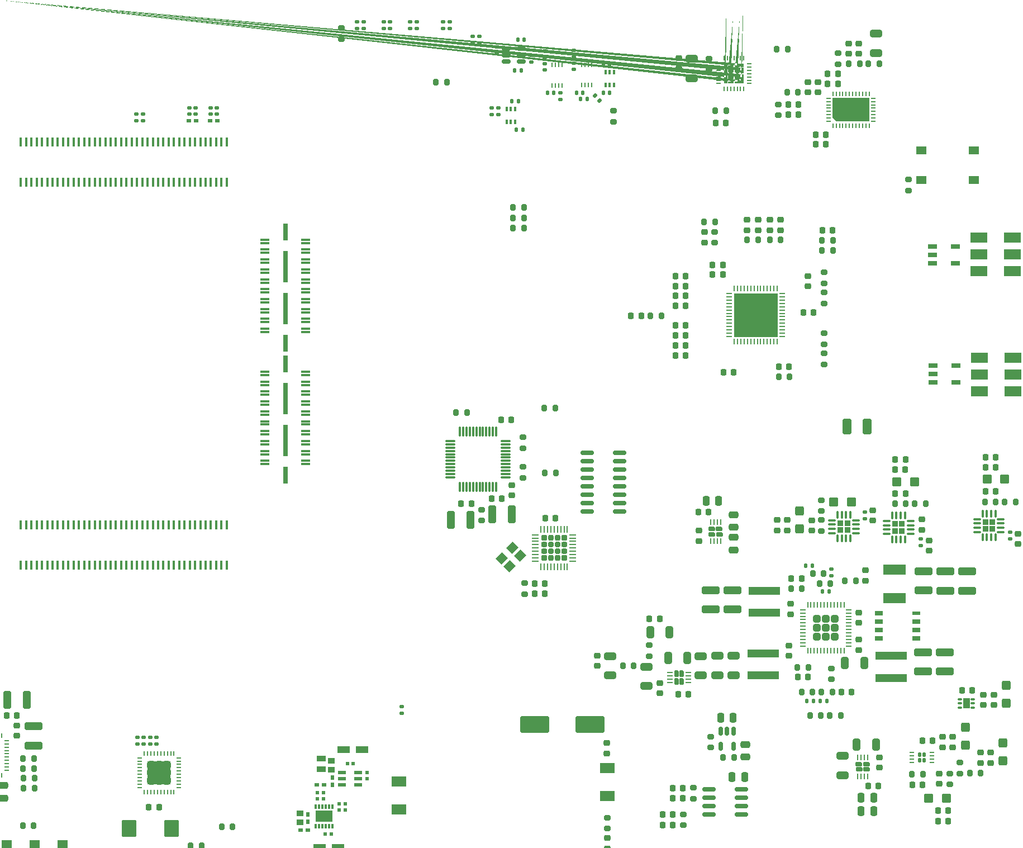
<source format=gbr>
%TF.GenerationSoftware,KiCad,Pcbnew,7.0.8-7.0.8~ubuntu22.04.1*%
%TF.CreationDate,2024-12-17T15:10:34+01:00*%
%TF.ProjectId,Bread70,42726561-6437-4302-9e6b-696361645f70,rev?*%
%TF.SameCoordinates,Original*%
%TF.FileFunction,Paste,Top*%
%TF.FilePolarity,Positive*%
%FSLAX46Y46*%
G04 Gerber Fmt 4.6, Leading zero omitted, Abs format (unit mm)*
G04 Created by KiCad (PCBNEW 7.0.8-7.0.8~ubuntu22.04.1) date 2024-12-17 15:10:34*
%MOMM*%
%LPD*%
G01*
G04 APERTURE LIST*
G04 Aperture macros list*
%AMRoundRect*
0 Rectangle with rounded corners*
0 $1 Rounding radius*
0 $2 $3 $4 $5 $6 $7 $8 $9 X,Y pos of 4 corners*
0 Add a 4 corners polygon primitive as box body*
4,1,4,$2,$3,$4,$5,$6,$7,$8,$9,$2,$3,0*
0 Add four circle primitives for the rounded corners*
1,1,$1+$1,$2,$3*
1,1,$1+$1,$4,$5*
1,1,$1+$1,$6,$7*
1,1,$1+$1,$8,$9*
0 Add four rect primitives between the rounded corners*
20,1,$1+$1,$2,$3,$4,$5,0*
20,1,$1+$1,$4,$5,$6,$7,0*
20,1,$1+$1,$6,$7,$8,$9,0*
20,1,$1+$1,$8,$9,$2,$3,0*%
%AMRotRect*
0 Rectangle, with rotation*
0 The origin of the aperture is its center*
0 $1 length*
0 $2 width*
0 $3 Rotation angle, in degrees counterclockwise*
0 Add horizontal line*
21,1,$1,$2,0,0,$3*%
%AMOutline5P*
0 Free polygon, 5 corners , with rotation*
0 The origin of the aperture is its center*
0 number of corners: always 5*
0 $1 to $10 corner X, Y*
0 $11 Rotation angle, in degrees counterclockwise*
0 create outline with 5 corners*
4,1,5,$1,$2,$3,$4,$5,$6,$7,$8,$9,$10,$1,$2,$11*%
%AMOutline6P*
0 Free polygon, 6 corners , with rotation*
0 The origin of the aperture is its center*
0 number of corners: always 6*
0 $1 to $12 corner X, Y*
0 $13 Rotation angle, in degrees counterclockwise*
0 create outline with 6 corners*
4,1,6,$1,$2,$3,$4,$5,$6,$7,$8,$9,$10,$11,$12,$1,$2,$13*%
%AMOutline7P*
0 Free polygon, 7 corners , with rotation*
0 The origin of the aperture is its center*
0 number of corners: always 7*
0 $1 to $14 corner X, Y*
0 $15 Rotation angle, in degrees counterclockwise*
0 create outline with 7 corners*
4,1,7,$1,$2,$3,$4,$5,$6,$7,$8,$9,$10,$11,$12,$13,$14,$1,$2,$15*%
%AMOutline8P*
0 Free polygon, 8 corners , with rotation*
0 The origin of the aperture is its center*
0 number of corners: always 8*
0 $1 to $16 corner X, Y*
0 $17 Rotation angle, in degrees counterclockwise*
0 create outline with 8 corners*
4,1,8,$1,$2,$3,$4,$5,$6,$7,$8,$9,$10,$11,$12,$13,$14,$15,$16,$1,$2,$17*%
%AMFreePoly0*
4,1,48,0.180784,0.266839,0.197812,0.266839,0.211588,0.256830,0.227783,0.251568,0.237791,0.237791,0.251568,0.227783,0.256830,0.211588,0.266839,0.197812,0.266839,0.180783,0.272101,0.164589,0.272101,-0.075523,0.269420,-0.083774,0.270777,-0.092342,0.259348,-0.114772,0.251568,-0.138717,0.244549,-0.143816,0.240611,-0.151546,0.151545,-0.240611,0.143816,-0.244548,0.138717,-0.251568,
0.114771,-0.259348,0.092342,-0.270777,0.083774,-0.269420,0.075523,-0.272101,-0.164589,-0.272101,-0.180784,-0.266839,-0.197812,-0.266839,-0.211588,-0.256830,-0.227783,-0.251568,-0.237791,-0.237791,-0.251568,-0.227783,-0.256830,-0.211588,-0.266839,-0.197812,-0.266839,-0.180783,-0.272101,-0.164589,-0.272101,0.164589,-0.266839,0.180783,-0.266839,0.197812,-0.256830,0.211588,-0.251568,0.227783,
-0.237791,0.237791,-0.227783,0.251568,-0.211588,0.256830,-0.197812,0.266839,-0.180784,0.266839,-0.164589,0.272101,0.164589,0.272101,0.180784,0.266839,0.180784,0.266839,$1*%
%AMFreePoly1*
4,1,51,0.121446,0.402192,0.123663,0.402787,0.127059,0.401203,0.145390,0.397971,0.159646,0.386008,0.176512,0.378144,0.247132,0.307525,0.250167,0.303189,0.252157,0.302041,0.253439,0.298517,0.264114,0.283273,0.265735,0.264733,0.272101,0.247246,0.272101,-0.247246,0.271181,-0.252459,0.271776,-0.254677,0.270191,-0.258074,0.266960,-0.276402,0.254996,-0.290658,0.247132,-0.307525,
0.176512,-0.378144,0.172177,-0.381179,0.171029,-0.383168,0.167504,-0.384450,0.152260,-0.395125,0.133722,-0.396746,0.116234,-0.403112,-0.186855,-0.403112,-0.197928,-0.401159,-0.201658,-0.401817,-0.204937,-0.399923,-0.216011,-0.397971,-0.232977,-0.383734,-0.252157,-0.372661,-0.254787,-0.365433,-0.260680,-0.360489,-0.264525,-0.338677,-0.272101,-0.317866,-0.272101,0.317866,-0.270148,0.328939,
-0.270806,0.332669,-0.268912,0.335948,-0.266960,0.347022,-0.252723,0.363988,-0.241650,0.383168,-0.234422,0.385798,-0.229478,0.391691,-0.207666,0.395536,-0.186855,0.403112,0.116234,0.403112,0.121446,0.402192,0.121446,0.402192,$1*%
%AMFreePoly2*
4,1,48,0.083774,0.269420,0.092342,0.270777,0.114771,0.259348,0.138717,0.251568,0.143816,0.244548,0.151545,0.240611,0.240611,0.151546,0.244549,0.143816,0.251568,0.138717,0.259348,0.114772,0.270777,0.092342,0.269420,0.083774,0.272101,0.075523,0.272101,-0.164589,0.266839,-0.180783,0.266839,-0.197812,0.256830,-0.211588,0.251568,-0.227783,0.237791,-0.237791,0.227783,-0.251568,
0.211588,-0.256830,0.197812,-0.266839,0.180784,-0.266839,0.164589,-0.272101,-0.164589,-0.272101,-0.180784,-0.266839,-0.197812,-0.266839,-0.211588,-0.256830,-0.227783,-0.251568,-0.237791,-0.237791,-0.251568,-0.227783,-0.256830,-0.211588,-0.266839,-0.197812,-0.266839,-0.180783,-0.272101,-0.164589,-0.272101,0.164589,-0.266839,0.180783,-0.266839,0.197812,-0.256830,0.211588,-0.251568,0.227783,
-0.237791,0.237791,-0.227783,0.251568,-0.211588,0.256830,-0.197812,0.266839,-0.180784,0.266839,-0.164589,0.272101,0.075523,0.272101,0.083774,0.269420,0.083774,0.269420,$1*%
%AMFreePoly3*
4,1,51,0.328939,0.270148,0.332669,0.270806,0.335948,0.268912,0.347022,0.266960,0.363988,0.252723,0.383168,0.241650,0.385798,0.234422,0.391691,0.229478,0.395536,0.207666,0.403112,0.186855,0.403112,-0.116234,0.402192,-0.121446,0.402787,-0.123663,0.401203,-0.127059,0.397971,-0.145390,0.386008,-0.159646,0.378144,-0.176512,0.307524,-0.247133,0.303189,-0.250168,0.302041,-0.252157,
0.298517,-0.253439,0.283273,-0.264114,0.264733,-0.265735,0.247246,-0.272101,-0.247246,-0.272101,-0.252459,-0.271181,-0.254677,-0.271776,-0.258074,-0.270191,-0.276402,-0.266960,-0.290658,-0.254996,-0.307525,-0.247132,-0.378144,-0.176512,-0.381179,-0.172177,-0.383168,-0.171029,-0.384450,-0.167504,-0.395125,-0.152260,-0.396746,-0.133722,-0.403112,-0.116234,-0.403112,0.186855,-0.401159,0.197928,
-0.401817,0.201658,-0.399923,0.204937,-0.397971,0.216011,-0.383734,0.232977,-0.372661,0.252157,-0.365433,0.254787,-0.360489,0.260680,-0.338677,0.264525,-0.317866,0.272101,0.317866,0.272101,0.328939,0.270148,0.328939,0.270148,$1*%
%AMFreePoly4*
4,1,51,0.252458,0.271181,0.254676,0.271776,0.258073,0.270191,0.276402,0.266960,0.290658,0.254997,0.307524,0.247133,0.378144,0.176512,0.381179,0.172177,0.383168,0.171029,0.384450,0.167504,0.395125,0.152260,0.396746,0.133721,0.403112,0.116234,0.403112,-0.186855,0.401159,-0.197928,0.401817,-0.201658,0.399923,-0.204937,0.397971,-0.216011,0.383734,-0.232977,0.372661,-0.252157,
0.365433,-0.254787,0.360489,-0.260680,0.338677,-0.264525,0.317866,-0.272101,-0.317866,-0.272101,-0.328939,-0.270148,-0.332669,-0.270806,-0.335948,-0.268912,-0.347022,-0.266960,-0.363988,-0.252723,-0.383168,-0.241650,-0.385798,-0.234422,-0.391691,-0.229478,-0.395536,-0.207666,-0.403112,-0.186855,-0.403112,0.116234,-0.402192,0.121446,-0.402787,0.123663,-0.401203,0.127059,-0.397971,0.145390,
-0.386008,0.159646,-0.378144,0.176512,-0.307525,0.247132,-0.303189,0.250167,-0.302041,0.252157,-0.298517,0.253439,-0.283273,0.264114,-0.264733,0.265735,-0.247246,0.272101,0.247246,0.272101,0.252458,0.271181,0.252458,0.271181,$1*%
%AMFreePoly5*
4,1,48,0.180784,0.266839,0.197812,0.266839,0.211588,0.256830,0.227783,0.251568,0.237791,0.237791,0.251568,0.227783,0.256830,0.211588,0.266839,0.197812,0.266839,0.180783,0.272101,0.164589,0.272101,-0.164589,0.266839,-0.180783,0.266839,-0.197812,0.256830,-0.211588,0.251568,-0.227783,0.237791,-0.237791,0.227783,-0.251568,0.211588,-0.256830,0.197812,-0.266839,0.180784,-0.266839,
0.164589,-0.272101,-0.075523,-0.272101,-0.083774,-0.269420,-0.092342,-0.270777,-0.114772,-0.259348,-0.138717,-0.251568,-0.143816,-0.244549,-0.151546,-0.240611,-0.240611,-0.151545,-0.244548,-0.143816,-0.251568,-0.138717,-0.259348,-0.114771,-0.270777,-0.092342,-0.269420,-0.083774,-0.272101,-0.075523,-0.272101,0.164589,-0.266839,0.180783,-0.266839,0.197812,-0.256830,0.211588,-0.251568,0.227783,
-0.237791,0.237791,-0.227783,0.251568,-0.211588,0.256830,-0.197812,0.266839,-0.180784,0.266839,-0.164589,0.272101,0.164589,0.272101,0.180784,0.266839,0.180784,0.266839,$1*%
%AMFreePoly6*
4,1,51,0.197928,0.401159,0.201658,0.401817,0.204937,0.399923,0.216011,0.397971,0.232977,0.383734,0.252157,0.372661,0.254787,0.365433,0.260680,0.360489,0.264525,0.338677,0.272101,0.317866,0.272101,-0.317866,0.270148,-0.328939,0.270806,-0.332669,0.268912,-0.335948,0.266960,-0.347022,0.252723,-0.363988,0.241650,-0.383168,0.234422,-0.385798,0.229478,-0.391691,0.207666,-0.395536,
0.186855,-0.403112,-0.116234,-0.403112,-0.121446,-0.402192,-0.123663,-0.402787,-0.127059,-0.401203,-0.145390,-0.397971,-0.159646,-0.386008,-0.176512,-0.378144,-0.247133,-0.307524,-0.250168,-0.303189,-0.252157,-0.302041,-0.253439,-0.298517,-0.264114,-0.283273,-0.265735,-0.264733,-0.272101,-0.247246,-0.272101,0.247246,-0.271181,0.252458,-0.271776,0.254676,-0.270191,0.258073,-0.266960,0.276402,
-0.254997,0.290658,-0.247133,0.307524,-0.176512,0.378144,-0.172177,0.381179,-0.171029,0.383168,-0.167504,0.384450,-0.152260,0.395125,-0.133721,0.396746,-0.116234,0.403112,0.186855,0.403112,0.197928,0.401159,0.197928,0.401159,$1*%
%AMFreePoly7*
4,1,48,0.180784,0.266839,0.197812,0.266839,0.211588,0.256830,0.227783,0.251568,0.237791,0.237791,0.251568,0.227783,0.256830,0.211588,0.266839,0.197812,0.266839,0.180783,0.272101,0.164589,0.272101,-0.164589,0.266839,-0.180783,0.266839,-0.197812,0.256830,-0.211588,0.251568,-0.227783,0.237791,-0.237791,0.227783,-0.251568,0.211588,-0.256830,0.197812,-0.266839,0.180784,-0.266839,
0.164589,-0.272101,-0.164589,-0.272101,-0.180784,-0.266839,-0.197812,-0.266839,-0.211588,-0.256830,-0.227783,-0.251568,-0.237791,-0.237791,-0.251568,-0.227783,-0.256830,-0.211588,-0.266839,-0.197812,-0.266839,-0.180783,-0.272101,-0.164589,-0.272101,0.075523,-0.269420,0.083774,-0.270777,0.092342,-0.259348,0.114771,-0.251568,0.138717,-0.244548,0.143816,-0.240611,0.151545,-0.151546,0.240611,
-0.143816,0.244549,-0.138717,0.251568,-0.114772,0.259348,-0.092342,0.270777,-0.083774,0.269420,-0.075523,0.272101,0.164589,0.272101,0.180784,0.266839,0.180784,0.266839,$1*%
G04 Aperture macros list end*
%ADD10RoundRect,0.250000X0.325000X1.100000X-0.325000X1.100000X-0.325000X-1.100000X0.325000X-1.100000X0*%
%ADD11RoundRect,0.135000X0.135000X0.185000X-0.135000X0.185000X-0.135000X-0.185000X0.135000X-0.185000X0*%
%ADD12RoundRect,0.200000X0.200000X0.275000X-0.200000X0.275000X-0.200000X-0.275000X0.200000X-0.275000X0*%
%ADD13RoundRect,0.250000X1.950000X1.000000X-1.950000X1.000000X-1.950000X-1.000000X1.950000X-1.000000X0*%
%ADD14RoundRect,0.200000X-0.200000X-0.275000X0.200000X-0.275000X0.200000X0.275000X-0.200000X0.275000X0*%
%ADD15RoundRect,0.140000X-0.170000X0.140000X-0.170000X-0.140000X0.170000X-0.140000X0.170000X0.140000X0*%
%ADD16RoundRect,0.218750X0.256250X-0.218750X0.256250X0.218750X-0.256250X0.218750X-0.256250X-0.218750X0*%
%ADD17RoundRect,0.200000X0.275000X-0.200000X0.275000X0.200000X-0.275000X0.200000X-0.275000X-0.200000X0*%
%ADD18RoundRect,0.250000X0.650000X-0.325000X0.650000X0.325000X-0.650000X0.325000X-0.650000X-0.325000X0*%
%ADD19R,0.250000X0.750000*%
%ADD20RoundRect,0.060000X0.290000X0.090000X-0.290000X0.090000X-0.290000X-0.090000X0.290000X-0.090000X0*%
%ADD21RoundRect,0.050000X0.450000X0.750000X-0.450000X0.750000X-0.450000X-0.750000X0.450000X-0.750000X0*%
%ADD22RoundRect,0.225000X-0.225000X-0.250000X0.225000X-0.250000X0.225000X0.250000X-0.225000X0.250000X0*%
%ADD23RoundRect,0.225000X0.250000X-0.225000X0.250000X0.225000X-0.250000X0.225000X-0.250000X-0.225000X0*%
%ADD24RoundRect,0.225000X0.225000X0.250000X-0.225000X0.250000X-0.225000X-0.250000X0.225000X-0.250000X0*%
%ADD25RoundRect,0.062500X-0.062500X0.337500X-0.062500X-0.337500X0.062500X-0.337500X0.062500X0.337500X0*%
%ADD26RoundRect,0.062500X-0.337500X-0.062500X0.337500X-0.062500X0.337500X0.062500X-0.337500X0.062500X0*%
%ADD27RoundRect,0.062500X0.062500X-0.337500X0.062500X0.337500X-0.062500X0.337500X-0.062500X-0.337500X0*%
%ADD28RoundRect,0.062500X0.337500X0.062500X-0.337500X0.062500X-0.337500X-0.062500X0.337500X-0.062500X0*%
%ADD29R,6.600000X6.600000*%
%ADD30RoundRect,0.075000X-0.662500X-0.075000X0.662500X-0.075000X0.662500X0.075000X-0.662500X0.075000X0*%
%ADD31RoundRect,0.075000X-0.075000X-0.662500X0.075000X-0.662500X0.075000X0.662500X-0.075000X0.662500X0*%
%ADD32R,1.450000X0.300000*%
%ADD33R,0.640000X2.540000*%
%ADD34R,0.640000X4.700000*%
%ADD35RoundRect,0.250000X-0.325000X-0.650000X0.325000X-0.650000X0.325000X0.650000X-0.325000X0.650000X0*%
%ADD36R,1.020000X0.890000*%
%ADD37RoundRect,0.250000X-1.100000X0.325000X-1.100000X-0.325000X1.100000X-0.325000X1.100000X0.325000X0*%
%ADD38RoundRect,0.172500X-0.332500X0.172500X-0.332500X-0.172500X0.332500X-0.172500X0.332500X0.172500X0*%
%ADD39RoundRect,0.062500X-0.062500X0.375000X-0.062500X-0.375000X0.062500X-0.375000X0.062500X0.375000X0*%
%ADD40RoundRect,0.250000X-0.650000X0.325000X-0.650000X-0.325000X0.650000X-0.325000X0.650000X0.325000X0*%
%ADD41RoundRect,0.225000X-0.250000X0.225000X-0.250000X-0.225000X0.250000X-0.225000X0.250000X0.225000X0*%
%ADD42RoundRect,0.250000X0.425000X-0.450000X0.425000X0.450000X-0.425000X0.450000X-0.425000X-0.450000X0*%
%ADD43R,0.750000X0.600000*%
%ADD44R,0.600000X0.700000*%
%ADD45RoundRect,0.250000X-0.475000X0.250000X-0.475000X-0.250000X0.475000X-0.250000X0.475000X0.250000X0*%
%ADD46RoundRect,0.250000X0.250000X0.475000X-0.250000X0.475000X-0.250000X-0.475000X0.250000X-0.475000X0*%
%ADD47RoundRect,0.150000X-0.825000X-0.150000X0.825000X-0.150000X0.825000X0.150000X-0.825000X0.150000X0*%
%ADD48R,0.600000X0.620000*%
%ADD49RoundRect,0.150000X-0.512500X-0.150000X0.512500X-0.150000X0.512500X0.150000X-0.512500X0.150000X0*%
%ADD50R,0.620000X0.600000*%
%ADD51R,0.400000X0.650000*%
%ADD52RoundRect,0.140000X0.140000X0.170000X-0.140000X0.170000X-0.140000X-0.170000X0.140000X-0.170000X0*%
%ADD53RoundRect,0.135000X-0.185000X0.135000X-0.185000X-0.135000X0.185000X-0.135000X0.185000X0.135000X0*%
%ADD54RoundRect,0.250000X-0.250000X-0.475000X0.250000X-0.475000X0.250000X0.475000X-0.250000X0.475000X0*%
%ADD55RoundRect,0.135000X0.185000X-0.135000X0.185000X0.135000X-0.185000X0.135000X-0.185000X-0.135000X0*%
%ADD56RoundRect,0.200000X-0.275000X0.200000X-0.275000X-0.200000X0.275000X-0.200000X0.275000X0.200000X0*%
%ADD57RoundRect,0.250000X0.450000X0.425000X-0.450000X0.425000X-0.450000X-0.425000X0.450000X-0.425000X0*%
%ADD58R,1.400000X0.760000*%
%ADD59R,0.457000X1.448000*%
%ADD60R,1.550000X1.300000*%
%ADD61R,2.540000X1.650000*%
%ADD62RoundRect,0.135000X-0.135000X-0.185000X0.135000X-0.185000X0.135000X0.185000X-0.135000X0.185000X0*%
%ADD63R,1.500000X5.080000*%
%ADD64R,1.850000X1.100000*%
%ADD65R,0.250000X0.700000*%
%ADD66R,0.700000X0.250000*%
%ADD67Outline5P,-1.800000X2.260000X-1.260000X2.800000X1.800000X2.800000X1.800000X-2.800000X-1.800000X-2.800000X90.000000*%
%ADD68R,2.180000X1.620000*%
%ADD69R,0.900000X0.900000*%
%ADD70RoundRect,0.087500X0.087500X-0.465000X0.087500X0.465000X-0.087500X0.465000X-0.087500X-0.465000X0*%
%ADD71RoundRect,0.087500X0.465000X-0.087500X0.465000X0.087500X-0.465000X0.087500X-0.465000X-0.087500X0*%
%ADD72RoundRect,0.140000X0.170000X-0.140000X0.170000X0.140000X-0.170000X0.140000X-0.170000X-0.140000X0*%
%ADD73RoundRect,0.250000X-0.425000X0.450000X-0.425000X-0.450000X0.425000X-0.450000X0.425000X0.450000X0*%
%ADD74R,1.200000X0.600000*%
%ADD75RoundRect,0.218750X0.218750X0.256250X-0.218750X0.256250X-0.218750X-0.256250X0.218750X-0.256250X0*%
%ADD76RoundRect,0.135000X0.226274X0.035355X0.035355X0.226274X-0.226274X-0.035355X-0.035355X-0.226274X0*%
%ADD77RoundRect,0.250000X-0.450000X-0.425000X0.450000X-0.425000X0.450000X0.425000X-0.450000X0.425000X0*%
%ADD78R,0.800000X0.250000*%
%ADD79R,0.250000X0.800000*%
%ADD80R,3.900000X3.900000*%
%ADD81RotRect,1.400000X1.200000X45.000000*%
%ADD82RoundRect,0.250000X1.100000X-0.325000X1.100000X0.325000X-1.100000X0.325000X-1.100000X-0.325000X0*%
%ADD83RoundRect,0.250000X-0.325000X-1.100000X0.325000X-1.100000X0.325000X1.100000X-0.325000X1.100000X0*%
%ADD84RoundRect,0.140000X-0.140000X-0.170000X0.140000X-0.170000X0.140000X0.170000X-0.140000X0.170000X0*%
%ADD85R,0.300000X0.800000*%
%ADD86R,2.600000X1.800000*%
%ADD87R,1.310000X0.650000*%
%ADD88R,1.310000X0.600000*%
%ADD89R,4.700000X1.180000*%
%ADD90RoundRect,0.250000X0.412500X0.925000X-0.412500X0.925000X-0.412500X-0.925000X0.412500X-0.925000X0*%
%ADD91RoundRect,0.250000X0.875000X1.025000X-0.875000X1.025000X-0.875000X-1.025000X0.875000X-1.025000X0*%
%ADD92R,5.080000X1.500000*%
%ADD93RoundRect,0.145000X-0.145000X-0.205000X0.145000X-0.205000X0.145000X0.205000X-0.145000X0.205000X0*%
%ADD94RoundRect,0.062500X-0.287500X-0.062500X0.287500X-0.062500X0.287500X0.062500X-0.287500X0.062500X0*%
%ADD95R,3.500000X1.500000*%
%ADD96RoundRect,0.172500X0.332500X-0.172500X0.332500X0.172500X-0.332500X0.172500X-0.332500X-0.172500X0*%
%ADD97RoundRect,0.062500X0.062500X-0.375000X0.062500X0.375000X-0.062500X0.375000X-0.062500X-0.375000X0*%
%ADD98RoundRect,0.250000X0.475000X-0.250000X0.475000X0.250000X-0.475000X0.250000X-0.475000X-0.250000X0*%
%ADD99RoundRect,0.250000X-0.320000X-0.320000X0.320000X-0.320000X0.320000X0.320000X-0.320000X0.320000X0*%
%ADD100RoundRect,0.062500X-0.062500X-0.337500X0.062500X-0.337500X0.062500X0.337500X-0.062500X0.337500X0*%
%ADD101RoundRect,0.211634X-0.211634X-0.211634X0.211634X-0.211634X0.211634X0.211634X-0.211634X0.211634X0*%
%ADD102RoundRect,0.201557X-0.221711X-0.201556X0.221711X-0.201556X0.221711X0.201556X-0.221711X0.201556X0*%
%ADD103RoundRect,0.201557X-0.201556X-0.221711X0.201556X-0.221711X0.201556X0.221711X-0.201556X0.221711X0*%
%ADD104RoundRect,0.201557X-0.201556X-0.201556X0.201556X-0.201556X0.201556X0.201556X-0.201556X0.201556X0*%
%ADD105RoundRect,0.062500X-0.475000X-0.062500X0.475000X-0.062500X0.475000X0.062500X-0.475000X0.062500X0*%
%ADD106RoundRect,0.062500X-0.062500X-0.475000X0.062500X-0.475000X0.062500X0.475000X-0.062500X0.475000X0*%
%ADD107R,1.470000X0.970000*%
%ADD108FreePoly0,0.000000*%
%ADD109FreePoly1,0.000000*%
%ADD110FreePoly2,0.000000*%
%ADD111FreePoly3,0.000000*%
%ADD112FreePoly4,0.000000*%
%ADD113FreePoly5,0.000000*%
%ADD114FreePoly6,0.000000*%
%ADD115FreePoly7,0.000000*%
%ADD116RoundRect,0.060000X-0.315000X-0.060000X0.315000X-0.060000X0.315000X0.060000X-0.315000X0.060000X0*%
%ADD117RoundRect,0.060000X-0.060000X-0.315000X0.060000X-0.315000X0.060000X0.315000X-0.060000X0.315000X0*%
%ADD118RoundRect,0.172500X-0.172500X-0.332500X0.172500X-0.332500X0.172500X0.332500X-0.172500X0.332500X0*%
%ADD119RoundRect,0.062500X-0.375000X-0.062500X0.375000X-0.062500X0.375000X0.062500X-0.375000X0.062500X0*%
%ADD120RoundRect,0.325000X0.325000X0.325000X-0.325000X0.325000X-0.325000X-0.325000X0.325000X-0.325000X0*%
%ADD121RoundRect,0.062500X0.237500X0.062500X-0.237500X0.062500X-0.237500X-0.062500X0.237500X-0.062500X0*%
%ADD122RoundRect,0.062500X0.062500X0.237500X-0.062500X0.237500X-0.062500X-0.237500X0.062500X-0.237500X0*%
%ADD123RoundRect,0.087500X0.465000X0.087500X-0.465000X0.087500X-0.465000X-0.087500X0.465000X-0.087500X0*%
%ADD124RoundRect,0.087500X0.087500X0.465000X-0.087500X0.465000X-0.087500X-0.465000X0.087500X-0.465000X0*%
%ADD125RoundRect,0.150000X-0.150000X0.512500X-0.150000X-0.512500X0.150000X-0.512500X0.150000X0.512500X0*%
G04 APERTURE END LIST*
D10*
%TO.C,C23*%
X150520000Y-101382500D03*
X147570000Y-101382500D03*
%TD*%
D11*
%TO.C,R15*%
X158220000Y-33308037D03*
X157200000Y-33308037D03*
%TD*%
D12*
%TO.C,R67*%
X208900000Y-110600000D03*
X207250000Y-110600000D03*
%TD*%
D13*
%TO.C,C183*%
X168650000Y-132400000D03*
X160250000Y-132400000D03*
%TD*%
D14*
%TO.C,R84*%
X217400000Y-139950000D03*
X219050000Y-139950000D03*
%TD*%
D15*
%TO.C,C19*%
X133335000Y-26000000D03*
X133335000Y-26960000D03*
%TD*%
D16*
%TO.C,D1*%
X186000000Y-59387500D03*
X186000000Y-57812500D03*
%TD*%
D17*
%TO.C,JP7*%
X223100000Y-141475000D03*
X223100000Y-139825000D03*
%TD*%
D18*
%TO.C,C252*%
X185410000Y-124975000D03*
X185410000Y-122025000D03*
%TD*%
D17*
%TO.C,R88*%
X203699999Y-103060001D03*
X203699999Y-101410001D03*
%TD*%
D19*
%TO.C,U3*%
X162900000Y-35590000D03*
X163400000Y-35590000D03*
X163900000Y-35590000D03*
X164400000Y-35590000D03*
X164400000Y-32490000D03*
X163900000Y-32490000D03*
X163400000Y-32490000D03*
X162900000Y-32490000D03*
%TD*%
D20*
%TO.C,U17*%
X226650000Y-129850000D03*
X226650000Y-129200000D03*
X226650000Y-128550000D03*
X224650000Y-128550000D03*
X224650000Y-129200000D03*
X224650000Y-129850000D03*
D21*
X225650000Y-129200000D03*
%TD*%
D14*
%TO.C,R36*%
X177791001Y-70469503D03*
X179441001Y-70469503D03*
%TD*%
D22*
%TO.C,C244*%
X228530001Y-93400000D03*
X230080001Y-93400000D03*
%TD*%
D23*
%TO.C,C263*%
X185100000Y-104600001D03*
X185100000Y-103050001D03*
%TD*%
D24*
%TO.C,C36*%
X161793500Y-111056500D03*
X160243500Y-111056500D03*
%TD*%
D25*
%TO.C,U7*%
X196980001Y-66370003D03*
X196480001Y-66370003D03*
X195980001Y-66370003D03*
X195480001Y-66370003D03*
X194980001Y-66370003D03*
X194480001Y-66370003D03*
X193980001Y-66370003D03*
X193480001Y-66370003D03*
X192980001Y-66370003D03*
X192480001Y-66370003D03*
X191980001Y-66370003D03*
X191480001Y-66370003D03*
X190980001Y-66370003D03*
X190480001Y-66370003D03*
D26*
X189730001Y-67120003D03*
X189730001Y-67620003D03*
X189730001Y-68120003D03*
X189730001Y-68620003D03*
X189730001Y-69120003D03*
X189730001Y-69620003D03*
X189730001Y-70120003D03*
X189730001Y-70620003D03*
X189730001Y-71120003D03*
X189730001Y-71620003D03*
X189730001Y-72120003D03*
X189730001Y-72620003D03*
X189730001Y-73120003D03*
X189730001Y-73620003D03*
D27*
X190480001Y-74370003D03*
X190980001Y-74370003D03*
X191480001Y-74370003D03*
X191980001Y-74370003D03*
X192480001Y-74370003D03*
X192980001Y-74370003D03*
X193480001Y-74370003D03*
X193980001Y-74370003D03*
X194480001Y-74370003D03*
X194980001Y-74370003D03*
X195480001Y-74370003D03*
X195980001Y-74370003D03*
X196480001Y-74370003D03*
X196980001Y-74370003D03*
D28*
X197730001Y-73620003D03*
X197730001Y-73120003D03*
X197730001Y-72620003D03*
X197730001Y-72120003D03*
X197730001Y-71620003D03*
X197730001Y-71120003D03*
X197730001Y-70620003D03*
X197730001Y-70120003D03*
X197730001Y-69620003D03*
X197730001Y-69120003D03*
X197730001Y-68620003D03*
X197730001Y-68120003D03*
X197730001Y-67620003D03*
X197730001Y-67120003D03*
D29*
X193730001Y-70370003D03*
%TD*%
D23*
%TO.C,C41*%
X192425000Y-57525000D03*
X192425000Y-55975000D03*
%TD*%
D30*
%TO.C,U5*%
X147489365Y-89458135D03*
X147489365Y-89958135D03*
X147489365Y-90458135D03*
X147489365Y-90958135D03*
X147489365Y-91458135D03*
X147489365Y-91958135D03*
X147489365Y-92458135D03*
X147489365Y-92958135D03*
X147489365Y-93458135D03*
X147489365Y-93958135D03*
X147489365Y-94458135D03*
X147489365Y-94958135D03*
D31*
X148901865Y-96370635D03*
X149401865Y-96370635D03*
X149901865Y-96370635D03*
X150401865Y-96370635D03*
X150901865Y-96370635D03*
X151401865Y-96370635D03*
X151901865Y-96370635D03*
X152401865Y-96370635D03*
X152901865Y-96370635D03*
X153401865Y-96370635D03*
X153901865Y-96370635D03*
X154401865Y-96370635D03*
D30*
X155814365Y-94958135D03*
X155814365Y-94458135D03*
X155814365Y-93958135D03*
X155814365Y-93458135D03*
X155814365Y-92958135D03*
X155814365Y-92458135D03*
X155814365Y-91958135D03*
X155814365Y-91458135D03*
X155814365Y-90958135D03*
X155814365Y-90458135D03*
X155814365Y-89958135D03*
X155814365Y-89458135D03*
D31*
X154401865Y-88045635D03*
X153901865Y-88045635D03*
X153401865Y-88045635D03*
X152901865Y-88045635D03*
X152401865Y-88045635D03*
X151901865Y-88045635D03*
X151401865Y-88045635D03*
X150901865Y-88045635D03*
X150401865Y-88045635D03*
X149901865Y-88045635D03*
X149401865Y-88045635D03*
X148901865Y-88045635D03*
%TD*%
D14*
%TO.C,R46*%
X68675000Y-147900000D03*
X70325000Y-147900000D03*
%TD*%
D22*
%TO.C,C46*%
X181566001Y-65969503D03*
X183116001Y-65969503D03*
%TD*%
D23*
%TO.C,C247*%
X222050000Y-135840000D03*
X222050000Y-134290000D03*
%TD*%
D12*
%TO.C,R97*%
X190425000Y-137350001D03*
X188775000Y-137350001D03*
%TD*%
D22*
%TO.C,C284*%
X181114500Y-142064998D03*
X182664500Y-142064998D03*
%TD*%
D32*
%TO.C,J7*%
X125559999Y-58960001D03*
X119379999Y-58960001D03*
X125559999Y-59460001D03*
X119379999Y-59460001D03*
X125559999Y-60460001D03*
X119379999Y-60460001D03*
X125559999Y-60960001D03*
X119379999Y-60960001D03*
X125559999Y-61960001D03*
X119379999Y-61960001D03*
X125559999Y-62460001D03*
X119379999Y-62460001D03*
X125559999Y-63460001D03*
X119379999Y-63460001D03*
X125559999Y-63960001D03*
X119379999Y-63960001D03*
X125559999Y-64960001D03*
X119379999Y-64960001D03*
X125559999Y-65460001D03*
X119379999Y-65460001D03*
X125559999Y-66460001D03*
X119379999Y-66460001D03*
X125559999Y-66960001D03*
X119379999Y-66960001D03*
X125559999Y-67960001D03*
X119379999Y-67960001D03*
X125559999Y-68460001D03*
X119379999Y-68460001D03*
X125559999Y-69460001D03*
X119379999Y-69460001D03*
X125559999Y-69960001D03*
X119379999Y-69960001D03*
X125559999Y-70960001D03*
X119379999Y-70960001D03*
X125559999Y-71460001D03*
X119379999Y-71460001D03*
X125559999Y-72460001D03*
X119379999Y-72460001D03*
X125559999Y-72960001D03*
X119379999Y-72960001D03*
X125559999Y-78960001D03*
X119379999Y-78960001D03*
X125559999Y-79460001D03*
X119379999Y-79460001D03*
X125559999Y-80460001D03*
X119379999Y-80460001D03*
X125559999Y-80960001D03*
X119379999Y-80960001D03*
X125559999Y-81960001D03*
X119379999Y-81960001D03*
X125559999Y-82460001D03*
X119379999Y-82460001D03*
X125559999Y-83460001D03*
X119379999Y-83460001D03*
X125559999Y-83960001D03*
X119379999Y-83960001D03*
X125559999Y-84960001D03*
X119379999Y-84960001D03*
X125559999Y-85460001D03*
X119379999Y-85460001D03*
X125559999Y-86460001D03*
X119379999Y-86460001D03*
X125559999Y-86960001D03*
X119379999Y-86960001D03*
X125559999Y-87960001D03*
X119379999Y-87960001D03*
X125559999Y-88460001D03*
X119379999Y-88460001D03*
X125559999Y-89460001D03*
X119379999Y-89460001D03*
X125559999Y-89960001D03*
X119379999Y-89960001D03*
X125559999Y-90960001D03*
X119379999Y-90960001D03*
X125559999Y-91460001D03*
X119379999Y-91460001D03*
X125559999Y-92460001D03*
X119379999Y-92460001D03*
X125559999Y-92960001D03*
X119379999Y-92960001D03*
D33*
X122469999Y-57760001D03*
D34*
X122469999Y-63030001D03*
X122469999Y-69380001D03*
D33*
X122469999Y-74650001D03*
X122469999Y-77770001D03*
D34*
X122469999Y-83040001D03*
X122469999Y-89390001D03*
D33*
X122469999Y-94660001D03*
%TD*%
D14*
%TO.C,R48*%
X82650000Y-147750000D03*
X84300000Y-147750000D03*
%TD*%
D35*
%TO.C,C269*%
X177725000Y-118400000D03*
X180675000Y-118400000D03*
%TD*%
D14*
%TO.C,R91*%
X231455000Y-98649999D03*
X233105000Y-98649999D03*
%TD*%
D24*
%TO.C,C42*%
X188730000Y-62770003D03*
X187180000Y-62770003D03*
%TD*%
D14*
%TO.C,R51*%
X82770000Y-142046250D03*
X84420000Y-142046250D03*
%TD*%
D36*
%TO.C,C222*%
X124650000Y-145830000D03*
X124650000Y-147170000D03*
%TD*%
D11*
%TO.C,R6*%
X158450000Y-42300000D03*
X157430000Y-42300000D03*
%TD*%
D15*
%TO.C,C270*%
X107900000Y-38970000D03*
X107900000Y-39930000D03*
%TD*%
D22*
%TO.C,C50*%
X181566001Y-76469503D03*
X183116001Y-76469503D03*
%TD*%
D24*
%TO.C,C33*%
X163395000Y-101120000D03*
X161845000Y-101120000D03*
%TD*%
D37*
%TO.C,C211*%
X225799999Y-109175004D03*
X225799999Y-112125004D03*
%TD*%
D38*
%TO.C,U21*%
X188185000Y-102762501D03*
X187065000Y-102762501D03*
X188235000Y-103562501D03*
X187065000Y-103562501D03*
D39*
X188400000Y-101725001D03*
X187900000Y-101725001D03*
X187400000Y-101725001D03*
X186900000Y-101725001D03*
X186900000Y-104600001D03*
X187400000Y-104600001D03*
X187900000Y-104600001D03*
X188400000Y-104600001D03*
%TD*%
D40*
%TO.C,C267*%
X171700000Y-122025000D03*
X171700000Y-124975000D03*
%TD*%
D15*
%TO.C,C13*%
X138335000Y-26000000D03*
X138335000Y-26960000D03*
%TD*%
D41*
%TO.C,C153*%
X182099999Y-31449998D03*
X182099999Y-32999998D03*
%TD*%
D42*
%TO.C,C233*%
X225479999Y-135550000D03*
X225479999Y-132850000D03*
%TD*%
D43*
%TO.C,R65*%
X111050000Y-40950000D03*
X112150000Y-40950000D03*
%TD*%
D15*
%TO.C,C15*%
X134335000Y-26000000D03*
X134335000Y-26960000D03*
%TD*%
D44*
%TO.C,R24*%
X129550000Y-141540000D03*
X129550000Y-140440000D03*
%TD*%
D23*
%TO.C,C191*%
X210375001Y-110600000D03*
X210375001Y-109050000D03*
%TD*%
D17*
%TO.C,JP6*%
X224700000Y-139825000D03*
X224700000Y-138175000D03*
%TD*%
D45*
%TO.C,C136*%
X77720001Y-141626250D03*
X77720001Y-143526250D03*
%TD*%
D46*
%TO.C,C266*%
X188100000Y-98500002D03*
X186200000Y-98500002D03*
%TD*%
D47*
%TO.C,U23*%
X186619999Y-142179999D03*
X186619999Y-143449999D03*
X186619999Y-144719999D03*
X186619999Y-145989999D03*
X191569999Y-145989999D03*
X191569999Y-144719999D03*
X191569999Y-143449999D03*
X191569999Y-142179999D03*
%TD*%
D23*
%TO.C,C250*%
X198500000Y-102985002D03*
X198500000Y-101435002D03*
%TD*%
D14*
%TO.C,R70*%
X200050001Y-123710001D03*
X201700001Y-123710001D03*
%TD*%
D15*
%TO.C,C14*%
X142335000Y-26000000D03*
X142335000Y-26960000D03*
%TD*%
D48*
%TO.C,C198*%
X129420000Y-148950000D03*
X128500000Y-148950000D03*
%TD*%
D49*
%TO.C,U4*%
X155912707Y-30058035D03*
X155912707Y-31008035D03*
X155912707Y-31958035D03*
X158187707Y-31958035D03*
X158187707Y-31008035D03*
X158187707Y-30058035D03*
%TD*%
D50*
%TO.C,C200*%
X131550000Y-145300000D03*
X131550000Y-144380000D03*
%TD*%
D51*
%TO.C,Q1*%
X157280001Y-39199998D03*
X156630001Y-39199998D03*
X155980001Y-39199998D03*
X155980001Y-41099998D03*
X156630001Y-41099998D03*
X157280001Y-41099998D03*
%TD*%
D11*
%TO.C,R76*%
X202309999Y-108310000D03*
X201289999Y-108310000D03*
%TD*%
D14*
%TO.C,R22*%
X161700000Y-84500000D03*
X163350000Y-84500000D03*
%TD*%
D24*
%TO.C,C166*%
X204377001Y-44538997D03*
X202827001Y-44538997D03*
%TD*%
D52*
%TO.C,C5*%
X163149998Y-36739998D03*
X162189998Y-36739998D03*
%TD*%
%TO.C,C8*%
X158637706Y-28708037D03*
X157677706Y-28708037D03*
%TD*%
D53*
%TO.C,R44*%
X100992499Y-134309999D03*
X100992499Y-135329999D03*
%TD*%
D23*
%TO.C,C40*%
X194075000Y-57525000D03*
X194075000Y-55975000D03*
%TD*%
D24*
%TO.C,C43*%
X188730001Y-64270003D03*
X187180001Y-64270003D03*
%TD*%
D54*
%TO.C,C276*%
X188400001Y-131400000D03*
X190300001Y-131400000D03*
%TD*%
D50*
%TO.C,C219*%
X127300000Y-143660000D03*
X127300000Y-142740000D03*
%TD*%
D55*
%TO.C,R12*%
X166199999Y-31265000D03*
X166199999Y-30245000D03*
%TD*%
D50*
%TO.C,C189*%
X134850000Y-139680000D03*
X134850000Y-140600000D03*
%TD*%
D24*
%TO.C,C146*%
X74320002Y-132646251D03*
X72770002Y-132646251D03*
%TD*%
D15*
%TO.C,C272*%
X108825000Y-38970000D03*
X108825000Y-39930000D03*
%TD*%
D12*
%TO.C,R1*%
X158600000Y-57200000D03*
X156950000Y-57200000D03*
%TD*%
D14*
%TO.C,R61*%
X198486001Y-36626000D03*
X200136001Y-36626000D03*
%TD*%
D17*
%TO.C,R19*%
X152201865Y-101525000D03*
X152201865Y-99875000D03*
%TD*%
D56*
%TO.C,R94*%
X54950000Y-34450000D03*
X54950000Y-36100000D03*
%TD*%
D14*
%TO.C,R80*%
X202375000Y-109510000D03*
X204025000Y-109510000D03*
%TD*%
D57*
%TO.C,C226*%
X222650002Y-143549999D03*
X219950002Y-143549999D03*
%TD*%
D56*
%TO.C,R63*%
X197177002Y-38463999D03*
X197177002Y-40113999D03*
%TD*%
D58*
%TO.C,T1*%
X223965000Y-62510000D03*
X223965000Y-59970000D03*
X220535000Y-59970000D03*
X220535000Y-61240000D03*
X220535000Y-62510000D03*
%TD*%
D59*
%TO.C,J5*%
X82369999Y-44124001D03*
X82369999Y-50296001D03*
X83169999Y-44124001D03*
X83169999Y-50296001D03*
X83969999Y-44124001D03*
X83969999Y-50296001D03*
X84769999Y-44124001D03*
X84769999Y-50296001D03*
X85569999Y-44124001D03*
X85569999Y-50296001D03*
X86369999Y-44124001D03*
X86369999Y-50296001D03*
X87169999Y-44124001D03*
X87169999Y-50296001D03*
X87969999Y-44124001D03*
X87969999Y-50296001D03*
X88769999Y-44124001D03*
X88769999Y-50296001D03*
X89569999Y-44124001D03*
X89569999Y-50296001D03*
X90369999Y-44124001D03*
X90369999Y-50296001D03*
X91169999Y-44124001D03*
X91169999Y-50296001D03*
X91969999Y-44124001D03*
X91969999Y-50296001D03*
X92769999Y-44124001D03*
X92769999Y-50296001D03*
X93569999Y-44124001D03*
X93569999Y-50296001D03*
X94369999Y-44124001D03*
X94369999Y-50296001D03*
X95169999Y-44124001D03*
X95169999Y-50296001D03*
X95969999Y-44124001D03*
X95969999Y-50296001D03*
X96769999Y-44124001D03*
X96769999Y-50296001D03*
X97569999Y-44124001D03*
X97569999Y-50296001D03*
X98369999Y-44124001D03*
X98369999Y-50296001D03*
X99169999Y-44124001D03*
X99169999Y-50296001D03*
X99969999Y-44124001D03*
X99969999Y-50296001D03*
X100769999Y-44124001D03*
X100769999Y-50296001D03*
X101569999Y-44124001D03*
X101569999Y-50296001D03*
X102369999Y-44124001D03*
X102369999Y-50296001D03*
X103169999Y-44124001D03*
X103169999Y-50296001D03*
X103969999Y-44124001D03*
X103969999Y-50296001D03*
X104769999Y-44124001D03*
X104769999Y-50296001D03*
X105569999Y-44124001D03*
X105569999Y-50296001D03*
X106369999Y-44124001D03*
X106369999Y-50296001D03*
X107169999Y-44124001D03*
X107169999Y-50296001D03*
X107969999Y-44124001D03*
X107969999Y-50296001D03*
X108769999Y-44124001D03*
X108769999Y-50296001D03*
X109569999Y-44124001D03*
X109569999Y-50296001D03*
X110369999Y-44124001D03*
X110369999Y-50296001D03*
X111169999Y-44124001D03*
X111169999Y-50296001D03*
X111969999Y-44124001D03*
X111969999Y-50296001D03*
X112769999Y-44124001D03*
X112769999Y-50296001D03*
X113569999Y-44124001D03*
X113569999Y-50296001D03*
%TD*%
D23*
%TO.C,C240*%
X223580000Y-135840000D03*
X223580000Y-134290000D03*
%TD*%
D41*
%TO.C,C229*%
X221500000Y-139850000D03*
X221500000Y-141400000D03*
%TD*%
D60*
%TO.C,SW1*%
X218850000Y-45400000D03*
X226800000Y-45400000D03*
X218850000Y-49900000D03*
X226800000Y-49900000D03*
%TD*%
D24*
%TO.C,C171*%
X206169001Y-33839000D03*
X204619001Y-33839000D03*
%TD*%
D37*
%TO.C,C213*%
X222500000Y-109175002D03*
X222500000Y-112125002D03*
%TD*%
D14*
%TO.C,R72*%
X201965001Y-131010000D03*
X203615001Y-131010000D03*
%TD*%
D40*
%TO.C,C157*%
X184000000Y-31550000D03*
X184000000Y-34500000D03*
%TD*%
D61*
%TO.C,TR2*%
X232697502Y-81890000D03*
X232697502Y-79350000D03*
X232697502Y-76810000D03*
X227617502Y-76810000D03*
X227617502Y-79350000D03*
X227617502Y-81890000D03*
%TD*%
D17*
%TO.C,R40*%
X204080001Y-74780004D03*
X204080001Y-73130004D03*
%TD*%
%TO.C,R89*%
X203700001Y-100060001D03*
X203700001Y-98410001D03*
%TD*%
D15*
%TO.C,C7*%
X161799998Y-32280001D03*
X161799998Y-33240001D03*
%TD*%
D22*
%TO.C,C257*%
X210749998Y-141699999D03*
X212299998Y-141699999D03*
%TD*%
D51*
%TO.C,U1*%
X170949998Y-35499999D03*
X171599998Y-35499999D03*
X172249998Y-35499999D03*
X172249998Y-33599999D03*
X171599998Y-33599999D03*
X170949998Y-33599999D03*
%TD*%
D41*
%TO.C,C262*%
X212500000Y-137349999D03*
X212500000Y-138899999D03*
%TD*%
D62*
%TO.C,R10*%
X167189999Y-37655000D03*
X168209999Y-37655000D03*
%TD*%
D23*
%TO.C,C230*%
X202199999Y-103010001D03*
X202199999Y-101460001D03*
%TD*%
D22*
%TO.C,C26*%
X153726865Y-98158135D03*
X155276865Y-98158135D03*
%TD*%
D15*
%TO.C,C9*%
X154437708Y-29748038D03*
X154437708Y-30708038D03*
%TD*%
D22*
%TO.C,C47*%
X181566001Y-67449453D03*
X183116001Y-67449453D03*
%TD*%
D37*
%TO.C,C212*%
X222400000Y-121425000D03*
X222400000Y-124375000D03*
%TD*%
D22*
%TO.C,C167*%
X202827001Y-43038999D03*
X204377001Y-43038999D03*
%TD*%
D40*
%TO.C,C209*%
X187960000Y-122000001D03*
X187960000Y-124950001D03*
%TD*%
D58*
%TO.C,T2*%
X224062502Y-80550000D03*
X224062502Y-78010000D03*
X220632502Y-78010000D03*
X220632502Y-79280000D03*
X220632502Y-80550000D03*
%TD*%
D63*
%TO.C,J16*%
X70450000Y-152422500D03*
X74700000Y-152422500D03*
X66200000Y-152422500D03*
%TD*%
D56*
%TO.C,R64*%
X171200000Y-146525001D03*
X171200000Y-148175001D03*
%TD*%
%TO.C,R37*%
X204080001Y-66951603D03*
X204080001Y-68601603D03*
%TD*%
D16*
%TO.C,D4*%
X171200000Y-151150000D03*
X171200000Y-149575000D03*
%TD*%
D22*
%TO.C,C220*%
X217450000Y-141500000D03*
X219000000Y-141500000D03*
%TD*%
D15*
%TO.C,C1*%
X140100000Y-129720000D03*
X140100000Y-130680000D03*
%TD*%
D64*
%TO.C,L2*%
X130400000Y-151050000D03*
X127600000Y-151050000D03*
%TD*%
D65*
%TO.C,U11*%
X205427001Y-41688999D03*
X205927001Y-41688999D03*
X206427001Y-41688999D03*
X206927001Y-41688999D03*
X207427001Y-41688999D03*
X207927001Y-41688999D03*
X208427001Y-41688999D03*
X208927001Y-41688999D03*
X209427001Y-41688999D03*
X209927001Y-41688999D03*
X210427001Y-41688999D03*
X210927001Y-41688999D03*
D66*
X211577001Y-41038999D03*
X211577001Y-40538999D03*
X211577001Y-40038999D03*
X211577001Y-39538999D03*
X211577001Y-39038999D03*
X211577001Y-38538999D03*
X211577001Y-38038999D03*
X211577001Y-37538999D03*
D65*
X210927001Y-36888999D03*
X210427001Y-36888999D03*
X209927001Y-36888999D03*
X209427001Y-36888999D03*
X208927001Y-36888999D03*
X208427001Y-36888999D03*
X207927001Y-36888999D03*
X207427001Y-36888999D03*
X206927001Y-36888999D03*
X206427001Y-36888999D03*
X205927001Y-36888999D03*
X205427001Y-36888999D03*
D66*
X204777001Y-37538999D03*
X204777001Y-38038999D03*
X204777001Y-38538999D03*
X204777001Y-39038999D03*
X204777001Y-39538999D03*
X204777001Y-40038999D03*
X204777001Y-40538999D03*
X204777001Y-41038999D03*
D67*
X208177001Y-39288999D03*
%TD*%
D23*
%TO.C,C29*%
X156751865Y-97708135D03*
X156751865Y-96158135D03*
%TD*%
%TO.C,C242*%
X229350001Y-138190000D03*
X229350001Y-136640000D03*
%TD*%
D24*
%TO.C,C22*%
X150645000Y-98982500D03*
X149095000Y-98982500D03*
%TD*%
D43*
%TO.C,R26*%
X125850000Y-148350000D03*
X124750000Y-148350000D03*
%TD*%
D35*
%TO.C,C258*%
X180435000Y-122300000D03*
X183385000Y-122300000D03*
%TD*%
D22*
%TO.C,C156*%
X187650000Y-41275000D03*
X189200000Y-41275000D03*
%TD*%
D42*
%TO.C,C237*%
X200350000Y-102760002D03*
X200350000Y-100060002D03*
%TD*%
D53*
%TO.C,R43*%
X101972500Y-134310000D03*
X101972500Y-135330000D03*
%TD*%
D23*
%TO.C,C215*%
X233500000Y-105025000D03*
X233500000Y-103475000D03*
%TD*%
D53*
%TO.C,R45*%
X100012501Y-134310000D03*
X100012501Y-135330000D03*
%TD*%
D22*
%TO.C,C44*%
X203845000Y-57580003D03*
X205395000Y-57580003D03*
%TD*%
D14*
%TO.C,R92*%
X214825000Y-98950000D03*
X216475000Y-98950000D03*
%TD*%
D12*
%TO.C,R47*%
X57875000Y-147900000D03*
X56225000Y-147900000D03*
%TD*%
D14*
%TO.C,R35*%
X203770000Y-60580003D03*
X205420000Y-60580003D03*
%TD*%
D15*
%TO.C,C18*%
X141335000Y-26000000D03*
X141335000Y-26960000D03*
%TD*%
D56*
%TO.C,R28*%
X158718500Y-110976500D03*
X158718500Y-112626500D03*
%TD*%
D68*
%TO.C,D7*%
X171200000Y-143250000D03*
X171200000Y-139030000D03*
%TD*%
D53*
%TO.C,R14*%
X159700000Y-31000000D03*
X159700000Y-32020000D03*
%TD*%
D23*
%TO.C,C216*%
X220000000Y-106050000D03*
X220000000Y-104500000D03*
%TD*%
D69*
%TO.C,U16*%
X214850000Y-103077500D03*
X215900000Y-103077500D03*
X214850000Y-102027500D03*
X215900000Y-102027500D03*
D70*
X214400000Y-104355000D03*
X215050000Y-104355000D03*
X215700000Y-104355000D03*
X216350000Y-104355000D03*
D71*
X217177500Y-103527500D03*
X217177500Y-102877500D03*
X217177500Y-102227500D03*
X217177500Y-101577500D03*
D70*
X216350000Y-100750000D03*
X215700000Y-100750000D03*
X215050000Y-100750000D03*
X214400000Y-100750000D03*
D71*
X213572500Y-101577500D03*
X213572500Y-102227500D03*
X213572500Y-102877500D03*
X213572500Y-103527500D03*
%TD*%
D23*
%TO.C,C201*%
X209300000Y-116975000D03*
X209300000Y-115425000D03*
%TD*%
D50*
%TO.C,C199*%
X130600000Y-145300000D03*
X130600000Y-144380000D03*
%TD*%
D12*
%TO.C,R78*%
X205050001Y-111010001D03*
X203400001Y-111010001D03*
%TD*%
D72*
%TO.C,C11*%
X151835000Y-29160000D03*
X151835000Y-28200000D03*
%TD*%
D73*
%TO.C,C224*%
X235500000Y-100650000D03*
X235500000Y-103350000D03*
%TD*%
D63*
%TO.C,J10*%
X84450000Y-152450000D03*
X88700000Y-152450000D03*
X80200000Y-152450000D03*
%TD*%
%TO.C,J17*%
X56200000Y-152400000D03*
X60450000Y-152400000D03*
X51950000Y-152400000D03*
%TD*%
D55*
%TO.C,R86*%
X210250000Y-101220000D03*
X210250000Y-100200000D03*
%TD*%
D62*
%TO.C,R75*%
X203840000Y-112250000D03*
X204860000Y-112250000D03*
%TD*%
D12*
%TO.C,R2*%
X158600000Y-55650000D03*
X156950000Y-55650000D03*
%TD*%
D74*
%TO.C,IC1*%
X131000000Y-139640000D03*
X131000000Y-140590000D03*
X131000000Y-141540000D03*
X133500000Y-141540000D03*
X133500000Y-140590000D03*
X133500000Y-139640000D03*
%TD*%
D22*
%TO.C,C180*%
X198677002Y-40050999D03*
X200227002Y-40050999D03*
%TD*%
D75*
%TO.C,D2*%
X198795000Y-78230003D03*
X197220000Y-78230003D03*
%TD*%
D10*
%TO.C,C144*%
X83275000Y-128673750D03*
X80325000Y-128673750D03*
%TD*%
D40*
%TO.C,C162*%
X211973000Y-27748999D03*
X211973000Y-30698999D03*
%TD*%
D14*
%TO.C,R90*%
X228455001Y-98649999D03*
X230105001Y-98649999D03*
%TD*%
D62*
%TO.C,R5*%
X156790001Y-38000000D03*
X157810001Y-38000000D03*
%TD*%
D76*
%TO.C,R9*%
X170060624Y-37860624D03*
X169339376Y-37139376D03*
%TD*%
D23*
%TO.C,C249*%
X227790001Y-138190000D03*
X227790001Y-136640000D03*
%TD*%
D42*
%TO.C,C236*%
X231700000Y-129200000D03*
X231700000Y-126500000D03*
%TD*%
D12*
%TO.C,R32*%
X197500000Y-59000000D03*
X195850000Y-59000000D03*
%TD*%
D45*
%TO.C,C141*%
X79750000Y-141626250D03*
X79750000Y-143526250D03*
%TD*%
D24*
%TO.C,C132*%
X103315000Y-144880000D03*
X101765000Y-144880000D03*
%TD*%
D54*
%TO.C,C268*%
X209700000Y-145500000D03*
X211600000Y-145500000D03*
%TD*%
D37*
%TO.C,C210*%
X219099997Y-121424999D03*
X219099997Y-124374999D03*
%TD*%
D77*
%TO.C,C238*%
X228780000Y-95250000D03*
X231480000Y-95250000D03*
%TD*%
%TO.C,C239*%
X215100000Y-95600002D03*
X217800000Y-95600002D03*
%TD*%
D78*
%TO.C,U9*%
X80200000Y-139326250D03*
X80200000Y-138826250D03*
X80200000Y-138326250D03*
X80200000Y-137826250D03*
X80200000Y-137326250D03*
X80200000Y-136826250D03*
X80200000Y-136326250D03*
X80200000Y-135826250D03*
X80200000Y-135326250D03*
X80200000Y-134826250D03*
D79*
X79450000Y-134076250D03*
X78950000Y-134076250D03*
X78450000Y-134076250D03*
X77950000Y-134076250D03*
X77450000Y-134076250D03*
X76950000Y-134076250D03*
X76450000Y-134076250D03*
X75950000Y-134076250D03*
X75450000Y-134076250D03*
X74950000Y-134076250D03*
D78*
X74200000Y-134826250D03*
X74200000Y-135326250D03*
X74200000Y-135826250D03*
X74200000Y-136326250D03*
X74200000Y-136826250D03*
X74200000Y-137326250D03*
X74200000Y-137826250D03*
X74200000Y-138326250D03*
X74200000Y-138826250D03*
X74200000Y-139326250D03*
D79*
X74950000Y-140076250D03*
X75450000Y-140076250D03*
X75950000Y-140076250D03*
X76450000Y-140076250D03*
X76950000Y-140076250D03*
X77450000Y-140076250D03*
X77950000Y-140076250D03*
X78450000Y-140076250D03*
X78950000Y-140076250D03*
X79450000Y-140076250D03*
D80*
X77200000Y-137076250D03*
%TD*%
D81*
%TO.C,Y1*%
X156464946Y-108414216D03*
X158020581Y-106858581D03*
X156818500Y-105656500D03*
X155262865Y-107212135D03*
%TD*%
D15*
%TO.C,C6*%
X166200000Y-32234999D03*
X166200000Y-33194999D03*
%TD*%
D12*
%TO.C,JP8*%
X175250000Y-123500000D03*
X173600000Y-123500000D03*
%TD*%
D14*
%TO.C,R52*%
X82720000Y-139046250D03*
X84370000Y-139046250D03*
%TD*%
D55*
%TO.C,R87*%
X232250000Y-104260000D03*
X232250000Y-103240000D03*
%TD*%
D54*
%TO.C,C264*%
X209700000Y-143449998D03*
X211600000Y-143449998D03*
%TD*%
D82*
%TO.C,C205*%
X190200001Y-114985002D03*
X190200001Y-112035002D03*
%TD*%
D24*
%TO.C,C285*%
X182664500Y-143564998D03*
X181114500Y-143564998D03*
%TD*%
%TO.C,C28*%
X156675000Y-86270000D03*
X155125000Y-86270000D03*
%TD*%
D23*
%TO.C,C245*%
X228250000Y-129449999D03*
X228250000Y-127899999D03*
%TD*%
D83*
%TO.C,C27*%
X153826865Y-100558135D03*
X156776865Y-100558135D03*
%TD*%
D23*
%TO.C,C39*%
X195850000Y-57525000D03*
X195850000Y-55975000D03*
%TD*%
D24*
%TO.C,C218*%
X222900000Y-147000000D03*
X221350000Y-147000000D03*
%TD*%
D84*
%TO.C,C3*%
X170639997Y-32399998D03*
X171599997Y-32399998D03*
%TD*%
D12*
%TO.C,JP12*%
X109750000Y-150800000D03*
X108100000Y-150800000D03*
%TD*%
D22*
%TO.C,C246*%
X214864999Y-92220001D03*
X216414999Y-92220001D03*
%TD*%
%TO.C,C289*%
X177625000Y-116400000D03*
X179175000Y-116400000D03*
%TD*%
D53*
%TO.C,R42*%
X102952500Y-134310000D03*
X102952500Y-135330000D03*
%TD*%
D19*
%TO.C,U2*%
X167349999Y-35544999D03*
X167849999Y-35544999D03*
X168349999Y-35544999D03*
X168849999Y-35544999D03*
X168849999Y-32444999D03*
X168349999Y-32444999D03*
X167849999Y-32444999D03*
X167349999Y-32444999D03*
%TD*%
D12*
%TO.C,R17*%
X146925000Y-35100000D03*
X145275000Y-35100000D03*
%TD*%
D24*
%TO.C,C192*%
X208275000Y-127500000D03*
X206725000Y-127500000D03*
%TD*%
D84*
%TO.C,C2*%
X170639999Y-36700000D03*
X171599999Y-36700000D03*
%TD*%
D85*
%TO.C,IC2*%
X129550000Y-144800000D03*
X129050000Y-144800000D03*
X128550000Y-144800000D03*
X128050000Y-144800000D03*
X127550000Y-144800000D03*
X127050000Y-144800000D03*
X127050000Y-147800000D03*
X127550000Y-147800000D03*
X128050000Y-147800000D03*
X128550000Y-147800000D03*
X129050000Y-147800000D03*
X129550000Y-147800000D03*
D86*
X128300000Y-146300000D03*
%TD*%
D87*
%TO.C,Q3*%
X218090000Y-119310000D03*
X218090000Y-118040000D03*
X218090000Y-116770000D03*
D88*
X218090000Y-115500000D03*
D87*
X212400000Y-115500000D03*
X212400000Y-116770000D03*
X212400000Y-118040000D03*
X212400000Y-119310000D03*
%TD*%
D12*
%TO.C,JP11*%
X114450000Y-147900000D03*
X112800000Y-147900000D03*
%TD*%
D17*
%TO.C,R68*%
X205200000Y-125560002D03*
X205200000Y-123910002D03*
%TD*%
D89*
%TO.C,L7*%
X194900000Y-121645000D03*
X194900000Y-124955000D03*
%TD*%
D45*
%TO.C,C259*%
X190400000Y-100600001D03*
X190400000Y-102500001D03*
%TD*%
D14*
%TO.C,R83*%
X203675001Y-127510001D03*
X205325001Y-127510001D03*
%TD*%
D59*
%TO.C,J4*%
X82369999Y-102124001D03*
X82369999Y-108296001D03*
X83169999Y-102124001D03*
X83169999Y-108296001D03*
X83969999Y-102124001D03*
X83969999Y-108296001D03*
X84769999Y-102124001D03*
X84769999Y-108296001D03*
X85569999Y-102124001D03*
X85569999Y-108296001D03*
X86369999Y-102124001D03*
X86369999Y-108296001D03*
X87169999Y-102124001D03*
X87169999Y-108296001D03*
X87969999Y-102124001D03*
X87969999Y-108296001D03*
X88769999Y-102124001D03*
X88769999Y-108296001D03*
X89569999Y-102124001D03*
X89569999Y-108296001D03*
X90369999Y-102124001D03*
X90369999Y-108296001D03*
X91169999Y-102124001D03*
X91169999Y-108296001D03*
X91969999Y-102124001D03*
X91969999Y-108296001D03*
X92769999Y-102124001D03*
X92769999Y-108296001D03*
X93569999Y-102124001D03*
X93569999Y-108296001D03*
X94369999Y-102124001D03*
X94369999Y-108296001D03*
X95169999Y-102124001D03*
X95169999Y-108296001D03*
X95969999Y-102124001D03*
X95969999Y-108296001D03*
X96769999Y-102124001D03*
X96769999Y-108296001D03*
X97569999Y-102124001D03*
X97569999Y-108296001D03*
X98369999Y-102124001D03*
X98369999Y-108296001D03*
X99169999Y-102124001D03*
X99169999Y-108296001D03*
X99969999Y-102124001D03*
X99969999Y-108296001D03*
X100769999Y-102124001D03*
X100769999Y-108296001D03*
X101569999Y-102124001D03*
X101569999Y-108296001D03*
X102369999Y-102124001D03*
X102369999Y-108296001D03*
X103169999Y-102124001D03*
X103169999Y-108296001D03*
X103969999Y-102124001D03*
X103969999Y-108296001D03*
X104769999Y-102124001D03*
X104769999Y-108296001D03*
X105569999Y-102124001D03*
X105569999Y-108296001D03*
X106369999Y-102124001D03*
X106369999Y-108296001D03*
X107169999Y-102124001D03*
X107169999Y-108296001D03*
X107969999Y-102124001D03*
X107969999Y-108296001D03*
X108769999Y-102124001D03*
X108769999Y-108296001D03*
X109569999Y-102124001D03*
X109569999Y-108296001D03*
X110369999Y-102124001D03*
X110369999Y-108296001D03*
X111169999Y-102124001D03*
X111169999Y-108296001D03*
X111969999Y-102124001D03*
X111969999Y-108296001D03*
X112769999Y-102124001D03*
X112769999Y-108296001D03*
X113569999Y-102124001D03*
X113569999Y-108296001D03*
%TD*%
D15*
%TO.C,C16*%
X146335000Y-26000000D03*
X146335000Y-26960000D03*
%TD*%
D14*
%TO.C,R53*%
X207827003Y-32338999D03*
X209477003Y-32338999D03*
%TD*%
D56*
%TO.C,R4*%
X172200000Y-39425000D03*
X172200000Y-41075000D03*
%TD*%
D24*
%TO.C,C255*%
X186550001Y-100250001D03*
X185000001Y-100250001D03*
%TD*%
D90*
%TO.C,C84*%
X210627500Y-87229999D03*
X207552500Y-87229999D03*
%TD*%
D24*
%TO.C,C172*%
X206169000Y-35338999D03*
X204619000Y-35338999D03*
%TD*%
D14*
%TO.C,R93*%
X217850000Y-98950000D03*
X219500000Y-98950000D03*
%TD*%
D64*
%TO.C,L1*%
X134100000Y-136190000D03*
X131300000Y-136190000D03*
%TD*%
D22*
%TO.C,C282*%
X179595000Y-146044999D03*
X181145000Y-146044999D03*
%TD*%
D24*
%TO.C,C49*%
X176366001Y-70469503D03*
X174816001Y-70469503D03*
%TD*%
D56*
%TO.C,R55*%
X186627001Y-31513998D03*
X186627001Y-33163998D03*
%TD*%
D82*
%TO.C,C208*%
X186900000Y-114985000D03*
X186900000Y-112035000D03*
%TD*%
D17*
%TO.C,R16*%
X130900000Y-28550000D03*
X130900000Y-26900000D03*
%TD*%
D91*
%TO.C,C125*%
X105189999Y-148130000D03*
X98789999Y-148130000D03*
%TD*%
D43*
%TO.C,R62*%
X107825000Y-40925000D03*
X108925000Y-40925000D03*
%TD*%
D14*
%TO.C,R49*%
X82770001Y-140546251D03*
X84420001Y-140546251D03*
%TD*%
D17*
%TO.C,R96*%
X186900000Y-135900001D03*
X186900000Y-134250001D03*
%TD*%
D12*
%TO.C,R23*%
X163445000Y-94320000D03*
X161795000Y-94320000D03*
%TD*%
D47*
%TO.C,U24*%
X168170000Y-91240000D03*
X168170000Y-92510000D03*
X168170000Y-93780000D03*
X168170000Y-95050000D03*
X168170000Y-96320000D03*
X168170000Y-97590000D03*
X168170000Y-98860000D03*
X168170000Y-100130000D03*
X173120000Y-100130000D03*
X173120000Y-98860000D03*
X173120000Y-97590000D03*
X173120000Y-96320000D03*
X173120000Y-95050000D03*
X173120000Y-93780000D03*
X173120000Y-92510000D03*
X173120000Y-91240000D03*
%TD*%
D53*
%TO.C,R8*%
X154700000Y-38990000D03*
X154700000Y-40010000D03*
%TD*%
D41*
%TO.C,C80*%
X201600000Y-64450000D03*
X201600000Y-66000000D03*
%TD*%
D17*
%TO.C,R29*%
X187500000Y-59412500D03*
X187500000Y-57762500D03*
%TD*%
D22*
%TO.C,C251*%
X228530001Y-91900000D03*
X230080001Y-91900000D03*
%TD*%
D10*
%TO.C,C148*%
X74220002Y-130246250D03*
X71270002Y-130246250D03*
%TD*%
D89*
%TO.C,L8*%
X214245001Y-122010002D03*
X214245001Y-125320002D03*
%TD*%
D24*
%TO.C,C194*%
X201650001Y-125210001D03*
X200100001Y-125210001D03*
%TD*%
D55*
%TO.C,R11*%
X164099999Y-37740000D03*
X164099999Y-36720000D03*
%TD*%
D92*
%TO.C,J14*%
X237427500Y-58509999D03*
X237427500Y-54259999D03*
X237427500Y-62759999D03*
%TD*%
D22*
%TO.C,C287*%
X218975000Y-134850000D03*
X220525000Y-134850000D03*
%TD*%
D93*
%TO.C,U25*%
X218535000Y-136950000D03*
X218535000Y-137820000D03*
X219265000Y-136950000D03*
X219265000Y-137820000D03*
D94*
X217400000Y-136635000D03*
X217400000Y-137135000D03*
X217400000Y-137635000D03*
X217400000Y-138135000D03*
X220400000Y-138135000D03*
X220400000Y-137635000D03*
X220400000Y-137135000D03*
X220400000Y-136635000D03*
%TD*%
D24*
%TO.C,C145*%
X81775000Y-131073750D03*
X80225000Y-131073750D03*
%TD*%
D48*
%TO.C,C184*%
X132760000Y-138290000D03*
X131840000Y-138290000D03*
%TD*%
D14*
%TO.C,R34*%
X203794999Y-59080003D03*
X205444999Y-59080003D03*
%TD*%
D24*
%TO.C,C74*%
X202475000Y-70000000D03*
X200925000Y-70000000D03*
%TD*%
%TO.C,C283*%
X181145000Y-147584998D03*
X179595000Y-147584998D03*
%TD*%
D41*
%TO.C,C158*%
X209351000Y-29277999D03*
X209351000Y-30827999D03*
%TD*%
D15*
%TO.C,C274*%
X99894998Y-39969999D03*
X99894998Y-40929999D03*
%TD*%
D56*
%TO.C,R98*%
X184244999Y-141989999D03*
X184244999Y-143639999D03*
%TD*%
D45*
%TO.C,C137*%
X74280002Y-141676251D03*
X74280002Y-143576251D03*
%TD*%
D46*
%TO.C,C286*%
X192045001Y-140370000D03*
X190145001Y-140370000D03*
%TD*%
D40*
%TO.C,C206*%
X190359999Y-121999998D03*
X190359999Y-124949998D03*
%TD*%
D72*
%TO.C,C10*%
X150835000Y-29160000D03*
X150835000Y-28200000D03*
%TD*%
D11*
%TO.C,R77*%
X202510001Y-128810000D03*
X201490001Y-128810000D03*
%TD*%
D22*
%TO.C,C48*%
X181566001Y-68969503D03*
X183116001Y-68969503D03*
%TD*%
D40*
%TO.C,C265*%
X177200000Y-123625000D03*
X177200000Y-126575000D03*
%TD*%
D23*
%TO.C,C228*%
X229800000Y-129450000D03*
X229800000Y-127900000D03*
%TD*%
D53*
%TO.C,R85*%
X218750000Y-104250000D03*
X218750000Y-105270000D03*
%TD*%
D18*
%TO.C,C260*%
X206900000Y-140075000D03*
X206900000Y-137125000D03*
%TD*%
D56*
%TO.C,R38*%
X204080001Y-76180004D03*
X204080001Y-77830004D03*
%TD*%
D23*
%TO.C,C203*%
X198800000Y-121975000D03*
X198800000Y-120425000D03*
%TD*%
D50*
%TO.C,C227*%
X128250000Y-142740000D03*
X128250000Y-143660000D03*
%TD*%
D23*
%TO.C,C179*%
X203121001Y-36639000D03*
X203121001Y-35089000D03*
%TD*%
D95*
%TO.C,L5*%
X214796001Y-113260001D03*
X214796001Y-108960001D03*
%TD*%
D15*
%TO.C,C273*%
X112100000Y-38970000D03*
X112100000Y-39930000D03*
%TD*%
D35*
%TO.C,C186*%
X207225000Y-123100000D03*
X210175000Y-123100000D03*
%TD*%
D36*
%TO.C,C197*%
X129450000Y-137870000D03*
X129450000Y-139210000D03*
%TD*%
D77*
%TO.C,C223*%
X205500001Y-98660002D03*
X208200001Y-98660002D03*
%TD*%
D22*
%TO.C,C51*%
X181566001Y-74948995D03*
X183116001Y-74948995D03*
%TD*%
D45*
%TO.C,C142*%
X72250001Y-141676251D03*
X72250001Y-143576251D03*
%TD*%
D24*
%TO.C,C193*%
X200675000Y-110299999D03*
X199125000Y-110299999D03*
%TD*%
%TO.C,C221*%
X222900003Y-145450000D03*
X221350003Y-145450000D03*
%TD*%
D12*
%TO.C,R3*%
X158600000Y-54100000D03*
X156950000Y-54100000D03*
%TD*%
D96*
%TO.C,U20*%
X209415000Y-139187498D03*
X210535000Y-139187498D03*
X209365000Y-138387498D03*
X210535000Y-138387498D03*
D97*
X209200000Y-140224998D03*
X209700000Y-140224998D03*
X210200000Y-140224998D03*
X210700000Y-140224998D03*
X210700000Y-137349998D03*
X210200000Y-137349998D03*
X209700000Y-137349998D03*
X209200000Y-137349998D03*
%TD*%
D62*
%TO.C,R82*%
X203480001Y-128810002D03*
X204500001Y-128810002D03*
%TD*%
D68*
%TO.C,D3*%
X139700000Y-141030000D03*
X139700000Y-145250000D03*
%TD*%
D23*
%TO.C,C38*%
X197500000Y-57525000D03*
X197500000Y-55975000D03*
%TD*%
%TO.C,C177*%
X201621003Y-36639000D03*
X201621003Y-35089000D03*
%TD*%
D22*
%TO.C,C45*%
X181566001Y-64469503D03*
X183116001Y-64469503D03*
%TD*%
D12*
%TO.C,R60*%
X198552004Y-30139001D03*
X196902004Y-30139001D03*
%TD*%
%TO.C,R58*%
X189250000Y-39425000D03*
X187600000Y-39425000D03*
%TD*%
D55*
%TO.C,R79*%
X205200001Y-109829999D03*
X205200001Y-108809999D03*
%TD*%
D12*
%TO.C,R33*%
X194075000Y-59000000D03*
X192425000Y-59000000D03*
%TD*%
D98*
%TO.C,C138*%
X70265001Y-140126250D03*
X70265001Y-138226250D03*
%TD*%
D41*
%TO.C,C256*%
X179210000Y-126125000D03*
X179210000Y-127675000D03*
%TD*%
D12*
%TO.C,R81*%
X202349999Y-127510002D03*
X200699999Y-127510002D03*
%TD*%
D56*
%TO.C,R20*%
X158430000Y-88883135D03*
X158430000Y-90533135D03*
%TD*%
D98*
%TO.C,C277*%
X192150001Y-137300002D03*
X192150001Y-135400002D03*
%TD*%
D99*
%TO.C,U13*%
X202980001Y-116390002D03*
X202980001Y-117760002D03*
X202980001Y-119130002D03*
X204350001Y-116390002D03*
X204350001Y-117760002D03*
X204350001Y-119130002D03*
X205720001Y-116390002D03*
X205720001Y-117760002D03*
X205720001Y-119130002D03*
D26*
X200900001Y-115010002D03*
X200900001Y-115510002D03*
X200900001Y-116010002D03*
X200900001Y-116510002D03*
X200900001Y-117010002D03*
X200900001Y-117510002D03*
X200900001Y-118010002D03*
X200900001Y-118510002D03*
X200900001Y-119010002D03*
X200900001Y-119510002D03*
X200900001Y-120010002D03*
X200900001Y-120510002D03*
D100*
X201600001Y-121210002D03*
X202100001Y-121210002D03*
X202600001Y-121210002D03*
X203100001Y-121210002D03*
X203600001Y-121210002D03*
X204100001Y-121210002D03*
X204600001Y-121210002D03*
X205100001Y-121210002D03*
X205600001Y-121210002D03*
X206100001Y-121210002D03*
X206600001Y-121210002D03*
X207100001Y-121210002D03*
D26*
X207800001Y-120510002D03*
X207800001Y-120010002D03*
X207800001Y-119510002D03*
X207800001Y-119010002D03*
X207800001Y-118510002D03*
X207800001Y-118010002D03*
X207800001Y-117510002D03*
X207800001Y-117010002D03*
X207800001Y-116510002D03*
X207800001Y-116010002D03*
X207800001Y-115510002D03*
X207800001Y-115010002D03*
D100*
X207100001Y-114310002D03*
X206600001Y-114310002D03*
X206100001Y-114310002D03*
X205600001Y-114310002D03*
X205100001Y-114310002D03*
X204600001Y-114310002D03*
X204100001Y-114310002D03*
X203600001Y-114310002D03*
X203100001Y-114310002D03*
X202600001Y-114310002D03*
X202100001Y-114310002D03*
X201600001Y-114310002D03*
%TD*%
D89*
%TO.C,L6*%
X195000000Y-115455000D03*
X195000000Y-112145000D03*
%TD*%
D37*
%TO.C,C207*%
X219200000Y-109150000D03*
X219200000Y-112100000D03*
%TD*%
D22*
%TO.C,C181*%
X198677002Y-38527000D03*
X200227002Y-38527000D03*
%TD*%
D35*
%TO.C,C253*%
X209025000Y-135399999D03*
X211975000Y-135399999D03*
%TD*%
D15*
%TO.C,C271*%
X111150000Y-38970000D03*
X111150000Y-39930000D03*
%TD*%
D42*
%TO.C,C235*%
X231200000Y-137900000D03*
X231200000Y-135200000D03*
%TD*%
D101*
%TO.C,U6*%
X161656000Y-104131500D03*
D102*
X161656000Y-105156500D03*
X161656000Y-106156500D03*
D101*
X161656000Y-107181500D03*
D103*
X162681000Y-104131500D03*
D104*
X162681000Y-105156500D03*
X162681000Y-106156500D03*
D103*
X162681000Y-107181500D03*
X163681000Y-104131500D03*
D104*
X163681000Y-105156500D03*
X163681000Y-106156500D03*
D103*
X163681000Y-107181500D03*
D101*
X164706000Y-104131500D03*
D102*
X164706000Y-105156500D03*
X164706000Y-106156500D03*
D101*
X164706000Y-107181500D03*
D105*
X160343500Y-103656500D03*
X160343500Y-104156500D03*
X160343500Y-104656500D03*
X160343500Y-105156500D03*
X160343500Y-105656500D03*
X160343500Y-106156500D03*
X160343500Y-106656500D03*
X160343500Y-107156500D03*
X160343500Y-107656500D03*
D106*
X161181000Y-108494000D03*
X161681000Y-108494000D03*
X162181000Y-108494000D03*
X162681000Y-108494000D03*
X163181000Y-108494000D03*
X163681000Y-108494000D03*
X164181000Y-108494000D03*
X164681000Y-108494000D03*
X165181000Y-108494000D03*
D105*
X166018500Y-107656500D03*
X166018500Y-107156500D03*
X166018500Y-106656500D03*
X166018500Y-106156500D03*
X166018500Y-105656500D03*
X166018500Y-105156500D03*
X166018500Y-104656500D03*
X166018500Y-104156500D03*
X166018500Y-103656500D03*
D106*
X165181000Y-102819000D03*
X164681000Y-102819000D03*
X164181000Y-102819000D03*
X163681000Y-102819000D03*
X163181000Y-102819000D03*
X162681000Y-102819000D03*
X162181000Y-102819000D03*
X161681000Y-102819000D03*
X161181000Y-102819000D03*
%TD*%
D22*
%TO.C,C56*%
X188845000Y-79005002D03*
X190395000Y-79005002D03*
%TD*%
D14*
%TO.C,R71*%
X204965001Y-131010000D03*
X206615001Y-131010000D03*
%TD*%
D92*
%TO.C,J13*%
X237400000Y-81850000D03*
X237400000Y-77600000D03*
X237400000Y-86100000D03*
%TD*%
D22*
%TO.C,C217*%
X225000000Y-127250000D03*
X226550000Y-127250000D03*
%TD*%
D69*
%TO.C,U15*%
X228550000Y-102772500D03*
X229600000Y-102772500D03*
X228550000Y-101722500D03*
X229600000Y-101722500D03*
D70*
X228100000Y-104050000D03*
X228750000Y-104050000D03*
X229400000Y-104050000D03*
X230050000Y-104050000D03*
D71*
X230877500Y-103222500D03*
X230877500Y-102572500D03*
X230877500Y-101922500D03*
X230877500Y-101272500D03*
D70*
X230050000Y-100445000D03*
X229400000Y-100445000D03*
X228750000Y-100445000D03*
X228100000Y-100445000D03*
D71*
X227272500Y-101272500D03*
X227272500Y-101922500D03*
X227272500Y-102572500D03*
X227272500Y-103222500D03*
%TD*%
D24*
%TO.C,C37*%
X161793500Y-112546500D03*
X160243500Y-112546500D03*
%TD*%
D55*
%TO.C,R7*%
X153700000Y-40020000D03*
X153700000Y-39000000D03*
%TD*%
D44*
%TO.C,R27*%
X125900000Y-147150000D03*
X125900000Y-146050000D03*
%TD*%
D15*
%TO.C,C275*%
X100844998Y-39970000D03*
X100844998Y-40930000D03*
%TD*%
D41*
%TO.C,C182*%
X171150000Y-135200000D03*
X171150000Y-136750000D03*
%TD*%
D55*
%TO.C,R13*%
X161800000Y-31360000D03*
X161800000Y-30340000D03*
%TD*%
D41*
%TO.C,C139*%
X81720000Y-132546250D03*
X81720000Y-134096250D03*
%TD*%
D107*
%TO.C,C190*%
X127850000Y-137510000D03*
X127850000Y-139170000D03*
%TD*%
D61*
%TO.C,TR1*%
X232600000Y-63700000D03*
X232600000Y-61160000D03*
X232600000Y-58620000D03*
X227520000Y-58620000D03*
X227520000Y-61160000D03*
X227520000Y-63700000D03*
%TD*%
D12*
%TO.C,R95*%
X55000000Y-37575000D03*
X53350000Y-37575000D03*
%TD*%
D22*
%TO.C,C232*%
X214870000Y-97440001D03*
X216420000Y-97440001D03*
%TD*%
D98*
%TO.C,C143*%
X72275001Y-140126250D03*
X72275001Y-138226250D03*
%TD*%
D14*
%TO.C,R50*%
X82720000Y-137546250D03*
X84370000Y-137546250D03*
%TD*%
D52*
%TO.C,C4*%
X167549998Y-36694998D03*
X166589998Y-36694998D03*
%TD*%
D108*
%TO.C,U10*%
X189189503Y-32576500D03*
D109*
X189189503Y-33314000D03*
X189189503Y-34314000D03*
D110*
X189189503Y-35051500D03*
D111*
X189927003Y-32576500D03*
D104*
X189927003Y-33314000D03*
X189927003Y-34314000D03*
D112*
X189927003Y-35051500D03*
D111*
X190927003Y-32576500D03*
D104*
X190927003Y-33314000D03*
X190927003Y-34314000D03*
D112*
X190927003Y-35051500D03*
D113*
X191664503Y-32576500D03*
D114*
X191664503Y-33314000D03*
X191664503Y-34314000D03*
D115*
X191664503Y-35051500D03*
D116*
X188102003Y-32314000D03*
X188102003Y-32814000D03*
X188102003Y-33314000D03*
X188102003Y-33814000D03*
X188102003Y-34314000D03*
X188102003Y-34814000D03*
X188102003Y-35314000D03*
D117*
X188927003Y-36139000D03*
X189427003Y-36139000D03*
X189927003Y-36139000D03*
X190427003Y-36139000D03*
X190927003Y-36139000D03*
X191427003Y-36139000D03*
X191927003Y-36139000D03*
D116*
X192752003Y-35314000D03*
X192752003Y-34814000D03*
X192752003Y-34314000D03*
X192752003Y-33814000D03*
X192752003Y-33314000D03*
X192752003Y-32814000D03*
X192752003Y-32314000D03*
D117*
X191927003Y-31489000D03*
X191427003Y-31489000D03*
X190927003Y-31489000D03*
X190427003Y-31489000D03*
X189927003Y-31489000D03*
X189427003Y-31489000D03*
X188927003Y-31489000D03*
%TD*%
D12*
%TO.C,R54*%
X212462000Y-32338999D03*
X210812000Y-32338999D03*
%TD*%
D56*
%TO.C,R99*%
X182745000Y-145989999D03*
X182745000Y-147639999D03*
%TD*%
D118*
%TO.C,U19*%
X181722500Y-124665000D03*
X181722500Y-125835000D03*
X182522500Y-124665000D03*
X182522500Y-125835000D03*
D119*
X180685000Y-124500000D03*
X180685000Y-125000000D03*
X180685000Y-125500000D03*
X180685000Y-126000000D03*
X183560000Y-126000000D03*
X183560000Y-125500000D03*
X183560000Y-125000000D03*
X183560000Y-124500000D03*
%TD*%
D17*
%TO.C,R31*%
X216900000Y-51525000D03*
X216900000Y-49875000D03*
%TD*%
%TO.C,JP9*%
X177575000Y-122050000D03*
X177575000Y-120400000D03*
%TD*%
D23*
%TO.C,C243*%
X197000000Y-102985002D03*
X197000000Y-101435002D03*
%TD*%
%TO.C,C214*%
X211500000Y-101525000D03*
X211500000Y-99975000D03*
%TD*%
D14*
%TO.C,R30*%
X185925000Y-56312499D03*
X187575000Y-56312499D03*
%TD*%
D12*
%TO.C,R41*%
X198860001Y-79760002D03*
X197210001Y-79760002D03*
%TD*%
D24*
%TO.C,C261*%
X183560001Y-127800000D03*
X182010001Y-127800000D03*
%TD*%
D56*
%TO.C,R21*%
X158450000Y-93383135D03*
X158450000Y-95033135D03*
%TD*%
D23*
%TO.C,C225*%
X218900000Y-102900000D03*
X218900000Y-101350000D03*
%TD*%
D41*
%TO.C,C202*%
X199000000Y-114125000D03*
X199000000Y-115675000D03*
%TD*%
%TO.C,C204*%
X209300001Y-119560001D03*
X209300001Y-121110001D03*
%TD*%
D120*
%TO.C,U8*%
X104477500Y-140840000D03*
X104477500Y-139690000D03*
X104477500Y-138540000D03*
X103327500Y-140840000D03*
X103327500Y-139690000D03*
X103327500Y-138540000D03*
X102177500Y-140840000D03*
X102177500Y-139690000D03*
X102177500Y-138540000D03*
D121*
X106265000Y-141940000D03*
X106265000Y-141440000D03*
X106265000Y-140940000D03*
X106265000Y-140440000D03*
X106265000Y-139940000D03*
X106265000Y-139440000D03*
X106265000Y-138940000D03*
X106265000Y-138440000D03*
X106265000Y-137940000D03*
X106265000Y-137440000D03*
D122*
X105577500Y-136752500D03*
X105077500Y-136752500D03*
X104577500Y-136752500D03*
X104077500Y-136752500D03*
X103577500Y-136752500D03*
X103077500Y-136752500D03*
X102577500Y-136752500D03*
X102077500Y-136752500D03*
X101577500Y-136752500D03*
X101077500Y-136752500D03*
D121*
X100390000Y-137440000D03*
X100390000Y-137940000D03*
X100390000Y-138440000D03*
X100390000Y-138940000D03*
X100390000Y-139440000D03*
X100390000Y-139940000D03*
X100390000Y-140440000D03*
X100390000Y-140940000D03*
X100390000Y-141440000D03*
X100390000Y-141940000D03*
D122*
X101077500Y-142627500D03*
X101577500Y-142627500D03*
X102077500Y-142627500D03*
X102577500Y-142627500D03*
X103077500Y-142627500D03*
X103577500Y-142627500D03*
X104077500Y-142627500D03*
X104577500Y-142627500D03*
X105077500Y-142627500D03*
X105577500Y-142627500D03*
%TD*%
D41*
%TO.C,C152*%
X207827002Y-29277998D03*
X207827002Y-30827998D03*
%TD*%
D22*
%TO.C,C52*%
X181566001Y-73469502D03*
X183116001Y-73469502D03*
%TD*%
D56*
%TO.C,R59*%
X206169001Y-30714001D03*
X206169001Y-32364001D03*
%TD*%
D37*
%TO.C,C134*%
X84250002Y-132626250D03*
X84250002Y-135576250D03*
%TD*%
D41*
%TO.C,C288*%
X169690002Y-121974999D03*
X169690002Y-123524999D03*
%TD*%
D43*
%TO.C,R25*%
X127250000Y-141540000D03*
X128350000Y-141540000D03*
%TD*%
D22*
%TO.C,C278*%
X214849999Y-93750002D03*
X216399999Y-93750002D03*
%TD*%
D69*
%TO.C,U14*%
X207627500Y-102950000D03*
X207627500Y-101900000D03*
X206577500Y-102950000D03*
X206577500Y-101900000D03*
D123*
X208905000Y-103400000D03*
X208905000Y-102750000D03*
X208905000Y-102100000D03*
X208905000Y-101450000D03*
D124*
X208077500Y-100622500D03*
X207427500Y-100622500D03*
X206777500Y-100622500D03*
X206127500Y-100622500D03*
D123*
X205300000Y-101450000D03*
X205300000Y-102100000D03*
X205300000Y-102750000D03*
X205300000Y-103400000D03*
D124*
X206127500Y-104227500D03*
X206777500Y-104227500D03*
X207427500Y-104227500D03*
X208077500Y-104227500D03*
%TD*%
D22*
%TO.C,C53*%
X181566001Y-71969503D03*
X183116001Y-71969503D03*
%TD*%
D14*
%TO.C,JP5*%
X226175000Y-139750000D03*
X227825000Y-139750000D03*
%TD*%
D15*
%TO.C,C17*%
X137335000Y-26000000D03*
X137335000Y-26960000D03*
%TD*%
D17*
%TO.C,R39*%
X204080001Y-65576603D03*
X204080001Y-63926603D03*
%TD*%
D12*
%TO.C,R18*%
X149976865Y-85158135D03*
X148326865Y-85158135D03*
%TD*%
D14*
%TO.C,R69*%
X199075000Y-111800000D03*
X200725000Y-111800000D03*
%TD*%
D15*
%TO.C,C12*%
X147335000Y-26000000D03*
X147335000Y-26960000D03*
%TD*%
D98*
%TO.C,C254*%
X190400000Y-105950000D03*
X190400000Y-104050000D03*
%TD*%
D125*
%TO.C,U22*%
X190350001Y-133374999D03*
X189400001Y-133374999D03*
X188450001Y-133374999D03*
X188450001Y-135649999D03*
X190350001Y-135649999D03*
%TD*%
D22*
%TO.C,C231*%
X228530001Y-97099999D03*
X230080001Y-97099999D03*
%TD*%
M02*

</source>
